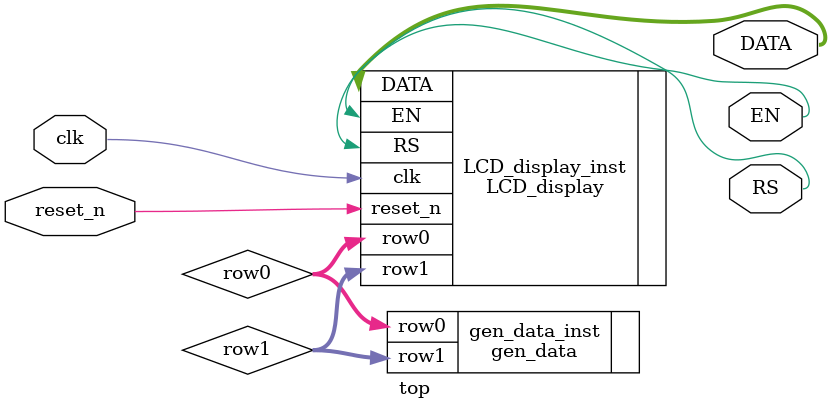
<source format=v>
module top(
    input           clk,
    input           reset_n,
    output          RS,
    output          EN,
    output  [7:0]   DATA
);

    wire    [127:0] row0;
    wire    [127:0] row1;

    gen_data gen_data_inst(
        .row0   (row0),
        .row1   (row1)
    );

    LCD_display LCD_display_inst(
        .clk    (clk),
        .reset_n(reset_n),
        .row0   (row0),
        .row1   (row1),
        .RS     (RS),
        .EN     (EN),
        .DATA   (DATA)
    );

endmodule

</source>
